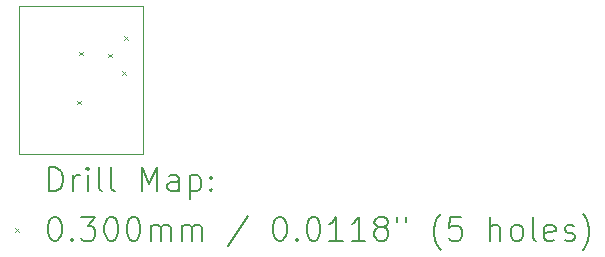
<source format=gbr>
%TF.GenerationSoftware,KiCad,Pcbnew,9.0.0*%
%TF.CreationDate,2025-04-04T18:13:01-04:00*%
%TF.ProjectId,Project Resonator Crossover Circuit PCB,50726f6a-6563-4742-9052-65736f6e6174,rev?*%
%TF.SameCoordinates,Original*%
%TF.FileFunction,Drillmap*%
%TF.FilePolarity,Positive*%
%FSLAX45Y45*%
G04 Gerber Fmt 4.5, Leading zero omitted, Abs format (unit mm)*
G04 Created by KiCad (PCBNEW 9.0.0) date 2025-04-04 18:13:01*
%MOMM*%
%LPD*%
G01*
G04 APERTURE LIST*
%ADD10C,0.050000*%
%ADD11C,0.200000*%
%ADD12C,0.100000*%
G04 APERTURE END LIST*
D10*
X16387099Y-5089880D02*
X17437100Y-5089880D01*
X17437100Y-6339881D01*
X16387099Y-6339881D01*
X16387099Y-5089880D01*
D11*
D12*
X16880800Y-5890538D02*
X16910800Y-5920538D01*
X16910800Y-5890538D02*
X16880800Y-5920538D01*
X16897943Y-5473812D02*
X16927943Y-5503812D01*
X16927943Y-5473812D02*
X16897943Y-5503812D01*
X17146200Y-5490514D02*
X17176200Y-5520514D01*
X17176200Y-5490514D02*
X17146200Y-5520514D01*
X17263823Y-5641087D02*
X17293823Y-5671087D01*
X17293823Y-5641087D02*
X17263823Y-5671087D01*
X17279220Y-5342500D02*
X17309220Y-5372500D01*
X17309220Y-5342500D02*
X17279220Y-5372500D01*
D11*
X16645376Y-6653864D02*
X16645376Y-6453864D01*
X16645376Y-6453864D02*
X16692995Y-6453864D01*
X16692995Y-6453864D02*
X16721567Y-6463388D01*
X16721567Y-6463388D02*
X16740614Y-6482436D01*
X16740614Y-6482436D02*
X16750138Y-6501483D01*
X16750138Y-6501483D02*
X16759662Y-6539579D01*
X16759662Y-6539579D02*
X16759662Y-6568150D01*
X16759662Y-6568150D02*
X16750138Y-6606245D01*
X16750138Y-6606245D02*
X16740614Y-6625293D01*
X16740614Y-6625293D02*
X16721567Y-6644341D01*
X16721567Y-6644341D02*
X16692995Y-6653864D01*
X16692995Y-6653864D02*
X16645376Y-6653864D01*
X16845376Y-6653864D02*
X16845376Y-6520531D01*
X16845376Y-6558626D02*
X16854900Y-6539579D01*
X16854900Y-6539579D02*
X16864424Y-6530055D01*
X16864424Y-6530055D02*
X16883471Y-6520531D01*
X16883471Y-6520531D02*
X16902519Y-6520531D01*
X16969186Y-6653864D02*
X16969186Y-6520531D01*
X16969186Y-6453864D02*
X16959662Y-6463388D01*
X16959662Y-6463388D02*
X16969186Y-6472912D01*
X16969186Y-6472912D02*
X16978710Y-6463388D01*
X16978710Y-6463388D02*
X16969186Y-6453864D01*
X16969186Y-6453864D02*
X16969186Y-6472912D01*
X17092995Y-6653864D02*
X17073948Y-6644341D01*
X17073948Y-6644341D02*
X17064424Y-6625293D01*
X17064424Y-6625293D02*
X17064424Y-6453864D01*
X17197757Y-6653864D02*
X17178710Y-6644341D01*
X17178710Y-6644341D02*
X17169186Y-6625293D01*
X17169186Y-6625293D02*
X17169186Y-6453864D01*
X17426329Y-6653864D02*
X17426329Y-6453864D01*
X17426329Y-6453864D02*
X17492995Y-6596722D01*
X17492995Y-6596722D02*
X17559662Y-6453864D01*
X17559662Y-6453864D02*
X17559662Y-6653864D01*
X17740614Y-6653864D02*
X17740614Y-6549103D01*
X17740614Y-6549103D02*
X17731091Y-6530055D01*
X17731091Y-6530055D02*
X17712043Y-6520531D01*
X17712043Y-6520531D02*
X17673948Y-6520531D01*
X17673948Y-6520531D02*
X17654900Y-6530055D01*
X17740614Y-6644341D02*
X17721567Y-6653864D01*
X17721567Y-6653864D02*
X17673948Y-6653864D01*
X17673948Y-6653864D02*
X17654900Y-6644341D01*
X17654900Y-6644341D02*
X17645376Y-6625293D01*
X17645376Y-6625293D02*
X17645376Y-6606245D01*
X17645376Y-6606245D02*
X17654900Y-6587198D01*
X17654900Y-6587198D02*
X17673948Y-6577674D01*
X17673948Y-6577674D02*
X17721567Y-6577674D01*
X17721567Y-6577674D02*
X17740614Y-6568150D01*
X17835852Y-6520531D02*
X17835852Y-6720531D01*
X17835852Y-6530055D02*
X17854900Y-6520531D01*
X17854900Y-6520531D02*
X17892995Y-6520531D01*
X17892995Y-6520531D02*
X17912043Y-6530055D01*
X17912043Y-6530055D02*
X17921567Y-6539579D01*
X17921567Y-6539579D02*
X17931091Y-6558626D01*
X17931091Y-6558626D02*
X17931091Y-6615769D01*
X17931091Y-6615769D02*
X17921567Y-6634817D01*
X17921567Y-6634817D02*
X17912043Y-6644341D01*
X17912043Y-6644341D02*
X17892995Y-6653864D01*
X17892995Y-6653864D02*
X17854900Y-6653864D01*
X17854900Y-6653864D02*
X17835852Y-6644341D01*
X18016805Y-6634817D02*
X18026329Y-6644341D01*
X18026329Y-6644341D02*
X18016805Y-6653864D01*
X18016805Y-6653864D02*
X18007281Y-6644341D01*
X18007281Y-6644341D02*
X18016805Y-6634817D01*
X18016805Y-6634817D02*
X18016805Y-6653864D01*
X18016805Y-6530055D02*
X18026329Y-6539579D01*
X18026329Y-6539579D02*
X18016805Y-6549103D01*
X18016805Y-6549103D02*
X18007281Y-6539579D01*
X18007281Y-6539579D02*
X18016805Y-6530055D01*
X18016805Y-6530055D02*
X18016805Y-6549103D01*
D12*
X16354599Y-6967381D02*
X16384599Y-6997381D01*
X16384599Y-6967381D02*
X16354599Y-6997381D01*
D11*
X16683471Y-6873864D02*
X16702519Y-6873864D01*
X16702519Y-6873864D02*
X16721567Y-6883388D01*
X16721567Y-6883388D02*
X16731090Y-6892912D01*
X16731090Y-6892912D02*
X16740614Y-6911960D01*
X16740614Y-6911960D02*
X16750138Y-6950055D01*
X16750138Y-6950055D02*
X16750138Y-6997674D01*
X16750138Y-6997674D02*
X16740614Y-7035769D01*
X16740614Y-7035769D02*
X16731090Y-7054817D01*
X16731090Y-7054817D02*
X16721567Y-7064341D01*
X16721567Y-7064341D02*
X16702519Y-7073864D01*
X16702519Y-7073864D02*
X16683471Y-7073864D01*
X16683471Y-7073864D02*
X16664424Y-7064341D01*
X16664424Y-7064341D02*
X16654900Y-7054817D01*
X16654900Y-7054817D02*
X16645376Y-7035769D01*
X16645376Y-7035769D02*
X16635852Y-6997674D01*
X16635852Y-6997674D02*
X16635852Y-6950055D01*
X16635852Y-6950055D02*
X16645376Y-6911960D01*
X16645376Y-6911960D02*
X16654900Y-6892912D01*
X16654900Y-6892912D02*
X16664424Y-6883388D01*
X16664424Y-6883388D02*
X16683471Y-6873864D01*
X16835852Y-7054817D02*
X16845376Y-7064341D01*
X16845376Y-7064341D02*
X16835852Y-7073864D01*
X16835852Y-7073864D02*
X16826329Y-7064341D01*
X16826329Y-7064341D02*
X16835852Y-7054817D01*
X16835852Y-7054817D02*
X16835852Y-7073864D01*
X16912043Y-6873864D02*
X17035852Y-6873864D01*
X17035852Y-6873864D02*
X16969186Y-6950055D01*
X16969186Y-6950055D02*
X16997757Y-6950055D01*
X16997757Y-6950055D02*
X17016805Y-6959579D01*
X17016805Y-6959579D02*
X17026329Y-6969103D01*
X17026329Y-6969103D02*
X17035852Y-6988150D01*
X17035852Y-6988150D02*
X17035852Y-7035769D01*
X17035852Y-7035769D02*
X17026329Y-7054817D01*
X17026329Y-7054817D02*
X17016805Y-7064341D01*
X17016805Y-7064341D02*
X16997757Y-7073864D01*
X16997757Y-7073864D02*
X16940614Y-7073864D01*
X16940614Y-7073864D02*
X16921567Y-7064341D01*
X16921567Y-7064341D02*
X16912043Y-7054817D01*
X17159662Y-6873864D02*
X17178710Y-6873864D01*
X17178710Y-6873864D02*
X17197757Y-6883388D01*
X17197757Y-6883388D02*
X17207281Y-6892912D01*
X17207281Y-6892912D02*
X17216805Y-6911960D01*
X17216805Y-6911960D02*
X17226329Y-6950055D01*
X17226329Y-6950055D02*
X17226329Y-6997674D01*
X17226329Y-6997674D02*
X17216805Y-7035769D01*
X17216805Y-7035769D02*
X17207281Y-7054817D01*
X17207281Y-7054817D02*
X17197757Y-7064341D01*
X17197757Y-7064341D02*
X17178710Y-7073864D01*
X17178710Y-7073864D02*
X17159662Y-7073864D01*
X17159662Y-7073864D02*
X17140614Y-7064341D01*
X17140614Y-7064341D02*
X17131091Y-7054817D01*
X17131091Y-7054817D02*
X17121567Y-7035769D01*
X17121567Y-7035769D02*
X17112043Y-6997674D01*
X17112043Y-6997674D02*
X17112043Y-6950055D01*
X17112043Y-6950055D02*
X17121567Y-6911960D01*
X17121567Y-6911960D02*
X17131091Y-6892912D01*
X17131091Y-6892912D02*
X17140614Y-6883388D01*
X17140614Y-6883388D02*
X17159662Y-6873864D01*
X17350138Y-6873864D02*
X17369186Y-6873864D01*
X17369186Y-6873864D02*
X17388233Y-6883388D01*
X17388233Y-6883388D02*
X17397757Y-6892912D01*
X17397757Y-6892912D02*
X17407281Y-6911960D01*
X17407281Y-6911960D02*
X17416805Y-6950055D01*
X17416805Y-6950055D02*
X17416805Y-6997674D01*
X17416805Y-6997674D02*
X17407281Y-7035769D01*
X17407281Y-7035769D02*
X17397757Y-7054817D01*
X17397757Y-7054817D02*
X17388233Y-7064341D01*
X17388233Y-7064341D02*
X17369186Y-7073864D01*
X17369186Y-7073864D02*
X17350138Y-7073864D01*
X17350138Y-7073864D02*
X17331091Y-7064341D01*
X17331091Y-7064341D02*
X17321567Y-7054817D01*
X17321567Y-7054817D02*
X17312043Y-7035769D01*
X17312043Y-7035769D02*
X17302519Y-6997674D01*
X17302519Y-6997674D02*
X17302519Y-6950055D01*
X17302519Y-6950055D02*
X17312043Y-6911960D01*
X17312043Y-6911960D02*
X17321567Y-6892912D01*
X17321567Y-6892912D02*
X17331091Y-6883388D01*
X17331091Y-6883388D02*
X17350138Y-6873864D01*
X17502519Y-7073864D02*
X17502519Y-6940531D01*
X17502519Y-6959579D02*
X17512043Y-6950055D01*
X17512043Y-6950055D02*
X17531091Y-6940531D01*
X17531091Y-6940531D02*
X17559662Y-6940531D01*
X17559662Y-6940531D02*
X17578710Y-6950055D01*
X17578710Y-6950055D02*
X17588233Y-6969103D01*
X17588233Y-6969103D02*
X17588233Y-7073864D01*
X17588233Y-6969103D02*
X17597757Y-6950055D01*
X17597757Y-6950055D02*
X17616805Y-6940531D01*
X17616805Y-6940531D02*
X17645376Y-6940531D01*
X17645376Y-6940531D02*
X17664424Y-6950055D01*
X17664424Y-6950055D02*
X17673948Y-6969103D01*
X17673948Y-6969103D02*
X17673948Y-7073864D01*
X17769186Y-7073864D02*
X17769186Y-6940531D01*
X17769186Y-6959579D02*
X17778710Y-6950055D01*
X17778710Y-6950055D02*
X17797757Y-6940531D01*
X17797757Y-6940531D02*
X17826329Y-6940531D01*
X17826329Y-6940531D02*
X17845376Y-6950055D01*
X17845376Y-6950055D02*
X17854900Y-6969103D01*
X17854900Y-6969103D02*
X17854900Y-7073864D01*
X17854900Y-6969103D02*
X17864424Y-6950055D01*
X17864424Y-6950055D02*
X17883472Y-6940531D01*
X17883472Y-6940531D02*
X17912043Y-6940531D01*
X17912043Y-6940531D02*
X17931091Y-6950055D01*
X17931091Y-6950055D02*
X17940614Y-6969103D01*
X17940614Y-6969103D02*
X17940614Y-7073864D01*
X18331091Y-6864341D02*
X18159662Y-7121483D01*
X18588234Y-6873864D02*
X18607281Y-6873864D01*
X18607281Y-6873864D02*
X18626329Y-6883388D01*
X18626329Y-6883388D02*
X18635853Y-6892912D01*
X18635853Y-6892912D02*
X18645376Y-6911960D01*
X18645376Y-6911960D02*
X18654900Y-6950055D01*
X18654900Y-6950055D02*
X18654900Y-6997674D01*
X18654900Y-6997674D02*
X18645376Y-7035769D01*
X18645376Y-7035769D02*
X18635853Y-7054817D01*
X18635853Y-7054817D02*
X18626329Y-7064341D01*
X18626329Y-7064341D02*
X18607281Y-7073864D01*
X18607281Y-7073864D02*
X18588234Y-7073864D01*
X18588234Y-7073864D02*
X18569186Y-7064341D01*
X18569186Y-7064341D02*
X18559662Y-7054817D01*
X18559662Y-7054817D02*
X18550138Y-7035769D01*
X18550138Y-7035769D02*
X18540615Y-6997674D01*
X18540615Y-6997674D02*
X18540615Y-6950055D01*
X18540615Y-6950055D02*
X18550138Y-6911960D01*
X18550138Y-6911960D02*
X18559662Y-6892912D01*
X18559662Y-6892912D02*
X18569186Y-6883388D01*
X18569186Y-6883388D02*
X18588234Y-6873864D01*
X18740615Y-7054817D02*
X18750138Y-7064341D01*
X18750138Y-7064341D02*
X18740615Y-7073864D01*
X18740615Y-7073864D02*
X18731091Y-7064341D01*
X18731091Y-7064341D02*
X18740615Y-7054817D01*
X18740615Y-7054817D02*
X18740615Y-7073864D01*
X18873948Y-6873864D02*
X18892996Y-6873864D01*
X18892996Y-6873864D02*
X18912043Y-6883388D01*
X18912043Y-6883388D02*
X18921567Y-6892912D01*
X18921567Y-6892912D02*
X18931091Y-6911960D01*
X18931091Y-6911960D02*
X18940615Y-6950055D01*
X18940615Y-6950055D02*
X18940615Y-6997674D01*
X18940615Y-6997674D02*
X18931091Y-7035769D01*
X18931091Y-7035769D02*
X18921567Y-7054817D01*
X18921567Y-7054817D02*
X18912043Y-7064341D01*
X18912043Y-7064341D02*
X18892996Y-7073864D01*
X18892996Y-7073864D02*
X18873948Y-7073864D01*
X18873948Y-7073864D02*
X18854900Y-7064341D01*
X18854900Y-7064341D02*
X18845376Y-7054817D01*
X18845376Y-7054817D02*
X18835853Y-7035769D01*
X18835853Y-7035769D02*
X18826329Y-6997674D01*
X18826329Y-6997674D02*
X18826329Y-6950055D01*
X18826329Y-6950055D02*
X18835853Y-6911960D01*
X18835853Y-6911960D02*
X18845376Y-6892912D01*
X18845376Y-6892912D02*
X18854900Y-6883388D01*
X18854900Y-6883388D02*
X18873948Y-6873864D01*
X19131091Y-7073864D02*
X19016805Y-7073864D01*
X19073948Y-7073864D02*
X19073948Y-6873864D01*
X19073948Y-6873864D02*
X19054900Y-6902436D01*
X19054900Y-6902436D02*
X19035853Y-6921483D01*
X19035853Y-6921483D02*
X19016805Y-6931007D01*
X19321567Y-7073864D02*
X19207281Y-7073864D01*
X19264424Y-7073864D02*
X19264424Y-6873864D01*
X19264424Y-6873864D02*
X19245376Y-6902436D01*
X19245376Y-6902436D02*
X19226329Y-6921483D01*
X19226329Y-6921483D02*
X19207281Y-6931007D01*
X19435853Y-6959579D02*
X19416805Y-6950055D01*
X19416805Y-6950055D02*
X19407281Y-6940531D01*
X19407281Y-6940531D02*
X19397757Y-6921483D01*
X19397757Y-6921483D02*
X19397757Y-6911960D01*
X19397757Y-6911960D02*
X19407281Y-6892912D01*
X19407281Y-6892912D02*
X19416805Y-6883388D01*
X19416805Y-6883388D02*
X19435853Y-6873864D01*
X19435853Y-6873864D02*
X19473948Y-6873864D01*
X19473948Y-6873864D02*
X19492996Y-6883388D01*
X19492996Y-6883388D02*
X19502519Y-6892912D01*
X19502519Y-6892912D02*
X19512043Y-6911960D01*
X19512043Y-6911960D02*
X19512043Y-6921483D01*
X19512043Y-6921483D02*
X19502519Y-6940531D01*
X19502519Y-6940531D02*
X19492996Y-6950055D01*
X19492996Y-6950055D02*
X19473948Y-6959579D01*
X19473948Y-6959579D02*
X19435853Y-6959579D01*
X19435853Y-6959579D02*
X19416805Y-6969103D01*
X19416805Y-6969103D02*
X19407281Y-6978626D01*
X19407281Y-6978626D02*
X19397757Y-6997674D01*
X19397757Y-6997674D02*
X19397757Y-7035769D01*
X19397757Y-7035769D02*
X19407281Y-7054817D01*
X19407281Y-7054817D02*
X19416805Y-7064341D01*
X19416805Y-7064341D02*
X19435853Y-7073864D01*
X19435853Y-7073864D02*
X19473948Y-7073864D01*
X19473948Y-7073864D02*
X19492996Y-7064341D01*
X19492996Y-7064341D02*
X19502519Y-7054817D01*
X19502519Y-7054817D02*
X19512043Y-7035769D01*
X19512043Y-7035769D02*
X19512043Y-6997674D01*
X19512043Y-6997674D02*
X19502519Y-6978626D01*
X19502519Y-6978626D02*
X19492996Y-6969103D01*
X19492996Y-6969103D02*
X19473948Y-6959579D01*
X19588234Y-6873864D02*
X19588234Y-6911960D01*
X19664424Y-6873864D02*
X19664424Y-6911960D01*
X19959662Y-7150055D02*
X19950138Y-7140531D01*
X19950138Y-7140531D02*
X19931091Y-7111960D01*
X19931091Y-7111960D02*
X19921567Y-7092912D01*
X19921567Y-7092912D02*
X19912043Y-7064341D01*
X19912043Y-7064341D02*
X19902519Y-7016722D01*
X19902519Y-7016722D02*
X19902519Y-6978626D01*
X19902519Y-6978626D02*
X19912043Y-6931007D01*
X19912043Y-6931007D02*
X19921567Y-6902436D01*
X19921567Y-6902436D02*
X19931091Y-6883388D01*
X19931091Y-6883388D02*
X19950138Y-6854817D01*
X19950138Y-6854817D02*
X19959662Y-6845293D01*
X20131091Y-6873864D02*
X20035853Y-6873864D01*
X20035853Y-6873864D02*
X20026329Y-6969103D01*
X20026329Y-6969103D02*
X20035853Y-6959579D01*
X20035853Y-6959579D02*
X20054900Y-6950055D01*
X20054900Y-6950055D02*
X20102519Y-6950055D01*
X20102519Y-6950055D02*
X20121567Y-6959579D01*
X20121567Y-6959579D02*
X20131091Y-6969103D01*
X20131091Y-6969103D02*
X20140615Y-6988150D01*
X20140615Y-6988150D02*
X20140615Y-7035769D01*
X20140615Y-7035769D02*
X20131091Y-7054817D01*
X20131091Y-7054817D02*
X20121567Y-7064341D01*
X20121567Y-7064341D02*
X20102519Y-7073864D01*
X20102519Y-7073864D02*
X20054900Y-7073864D01*
X20054900Y-7073864D02*
X20035853Y-7064341D01*
X20035853Y-7064341D02*
X20026329Y-7054817D01*
X20378710Y-7073864D02*
X20378710Y-6873864D01*
X20464424Y-7073864D02*
X20464424Y-6969103D01*
X20464424Y-6969103D02*
X20454900Y-6950055D01*
X20454900Y-6950055D02*
X20435853Y-6940531D01*
X20435853Y-6940531D02*
X20407281Y-6940531D01*
X20407281Y-6940531D02*
X20388234Y-6950055D01*
X20388234Y-6950055D02*
X20378710Y-6959579D01*
X20588234Y-7073864D02*
X20569186Y-7064341D01*
X20569186Y-7064341D02*
X20559662Y-7054817D01*
X20559662Y-7054817D02*
X20550139Y-7035769D01*
X20550139Y-7035769D02*
X20550139Y-6978626D01*
X20550139Y-6978626D02*
X20559662Y-6959579D01*
X20559662Y-6959579D02*
X20569186Y-6950055D01*
X20569186Y-6950055D02*
X20588234Y-6940531D01*
X20588234Y-6940531D02*
X20616805Y-6940531D01*
X20616805Y-6940531D02*
X20635853Y-6950055D01*
X20635853Y-6950055D02*
X20645377Y-6959579D01*
X20645377Y-6959579D02*
X20654900Y-6978626D01*
X20654900Y-6978626D02*
X20654900Y-7035769D01*
X20654900Y-7035769D02*
X20645377Y-7054817D01*
X20645377Y-7054817D02*
X20635853Y-7064341D01*
X20635853Y-7064341D02*
X20616805Y-7073864D01*
X20616805Y-7073864D02*
X20588234Y-7073864D01*
X20769186Y-7073864D02*
X20750139Y-7064341D01*
X20750139Y-7064341D02*
X20740615Y-7045293D01*
X20740615Y-7045293D02*
X20740615Y-6873864D01*
X20921567Y-7064341D02*
X20902520Y-7073864D01*
X20902520Y-7073864D02*
X20864424Y-7073864D01*
X20864424Y-7073864D02*
X20845377Y-7064341D01*
X20845377Y-7064341D02*
X20835853Y-7045293D01*
X20835853Y-7045293D02*
X20835853Y-6969103D01*
X20835853Y-6969103D02*
X20845377Y-6950055D01*
X20845377Y-6950055D02*
X20864424Y-6940531D01*
X20864424Y-6940531D02*
X20902520Y-6940531D01*
X20902520Y-6940531D02*
X20921567Y-6950055D01*
X20921567Y-6950055D02*
X20931091Y-6969103D01*
X20931091Y-6969103D02*
X20931091Y-6988150D01*
X20931091Y-6988150D02*
X20835853Y-7007198D01*
X21007281Y-7064341D02*
X21026329Y-7073864D01*
X21026329Y-7073864D02*
X21064424Y-7073864D01*
X21064424Y-7073864D02*
X21083472Y-7064341D01*
X21083472Y-7064341D02*
X21092996Y-7045293D01*
X21092996Y-7045293D02*
X21092996Y-7035769D01*
X21092996Y-7035769D02*
X21083472Y-7016722D01*
X21083472Y-7016722D02*
X21064424Y-7007198D01*
X21064424Y-7007198D02*
X21035853Y-7007198D01*
X21035853Y-7007198D02*
X21016805Y-6997674D01*
X21016805Y-6997674D02*
X21007281Y-6978626D01*
X21007281Y-6978626D02*
X21007281Y-6969103D01*
X21007281Y-6969103D02*
X21016805Y-6950055D01*
X21016805Y-6950055D02*
X21035853Y-6940531D01*
X21035853Y-6940531D02*
X21064424Y-6940531D01*
X21064424Y-6940531D02*
X21083472Y-6950055D01*
X21159662Y-7150055D02*
X21169186Y-7140531D01*
X21169186Y-7140531D02*
X21188234Y-7111960D01*
X21188234Y-7111960D02*
X21197758Y-7092912D01*
X21197758Y-7092912D02*
X21207281Y-7064341D01*
X21207281Y-7064341D02*
X21216805Y-7016722D01*
X21216805Y-7016722D02*
X21216805Y-6978626D01*
X21216805Y-6978626D02*
X21207281Y-6931007D01*
X21207281Y-6931007D02*
X21197758Y-6902436D01*
X21197758Y-6902436D02*
X21188234Y-6883388D01*
X21188234Y-6883388D02*
X21169186Y-6854817D01*
X21169186Y-6854817D02*
X21159662Y-6845293D01*
M02*

</source>
